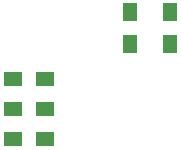
<source format=gbp>
G04 #@! TF.FileFunction,Paste,Bot*
%FSLAX46Y46*%
G04 Gerber Fmt 4.6, Leading zero omitted, Abs format (unit mm)*
G04 Created by KiCad (PCBNEW 0.201508140901+6091~28~ubuntu14.04.1-product) date Mon 19 Oct 2015 05:24:07 PM CEST*
%MOMM*%
G01*
G04 APERTURE LIST*
%ADD10C,0.100000*%
%ADD11R,1.300000X1.500000*%
%ADD12R,1.500000X1.300000*%
G04 APERTURE END LIST*
D10*
D11*
X159385000Y-84027000D03*
X159385000Y-81327000D03*
X162814000Y-84027000D03*
X162814000Y-81327000D03*
D12*
X152226000Y-89535000D03*
X149526000Y-89535000D03*
X152226000Y-86995000D03*
X149526000Y-86995000D03*
X152226000Y-92075000D03*
X149526000Y-92075000D03*
M02*

</source>
